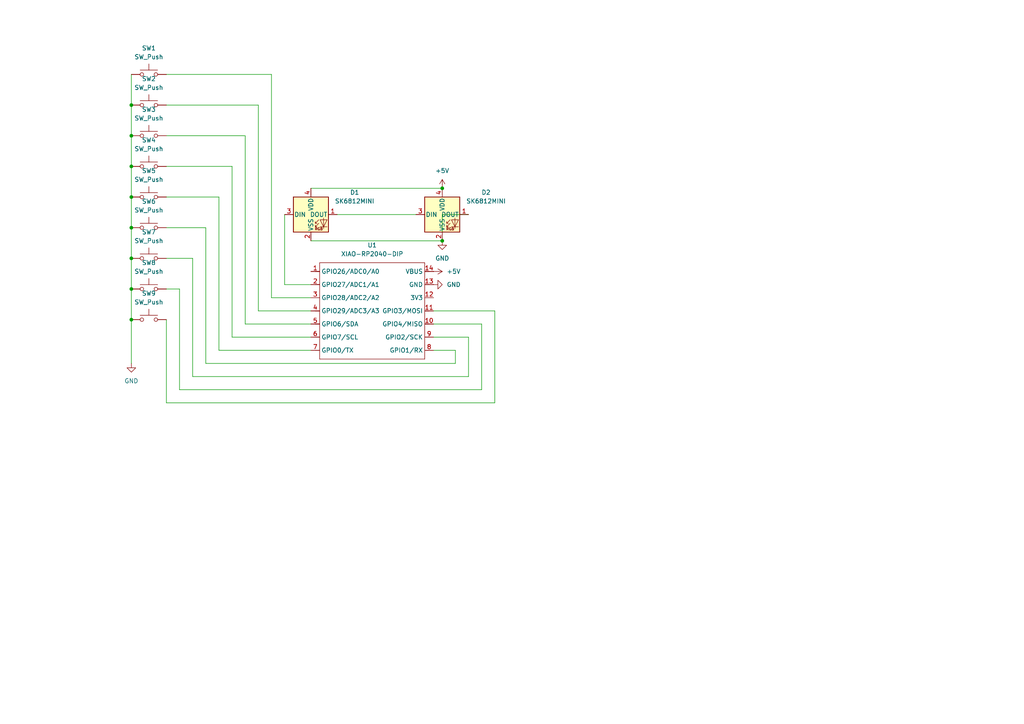
<source format=kicad_sch>
(kicad_sch (version 20250114) (generator "eeschema") (generator_version "9.0")
  (paper "A4")
  (lib_symbols
    (symbol "LED:SK6812MINI" (pin_names (offset 0.254))
      (property "Reference" "D" (at 5.08 5.715 0))
      (property "Value" "SK6812MINI" (at 1.27 -5.715 0))
      (symbol "SK6812MINI_0_0"
        (text "RGB" (at 2.286 -4.191 0) (effects (font (size 0.762 0.762))))
      )
      (symbol "SK6812MINI_0_1"
        (polyline (pts (xy 1.27 -2.54) (xy 1.778 -2.54)))
        (polyline (pts (xy 1.27 -3.556) (xy 1.778 -3.556)))
        (polyline (pts (xy 2.286 -1.524) (xy 1.27 -2.54) (xy 1.27 -2.032)))
        (polyline (pts (xy 2.286 -2.54) (xy 1.27 -3.556) (xy 1.27 -3.048)))
        (polyline (pts (xy 3.683 -1.016) (xy 3.683 -3.556) (xy 3.683 -4.064)))
        (polyline (pts (xy 4.699 -1.524) (xy 2.667 -1.524) (xy 3.683 -3.556) (xy 4.699 -1.524)))
        (polyline (pts (xy 4.699 -3.556) (xy 2.667 -3.556)))
        (rectangle (start 5.08 5.08) (end -5.08 -5.08) (stroke (width 0.254)) (fill (type background)))
      )
      (symbol "SK6812MINI_1_1"
        (pin input line (at -7.62 0 0) (length 2.54) (name "DIN") (number "3"))
        (pin power_in line (at 0 7.62 270) (length 2.54) (name "VDD") (number "4"))
        (pin power_in line (at 0 -7.62 90) (length 2.54) (name "VSS") (number "2"))
        (pin output line (at 7.62 0 180) (length 2.54) (name "DOUT") (number "1"))
      )
    )
    (symbol "OPL:XIAO-RP2040-DIP"
      (property "Reference" "U" (at 0 0 0))
      (property "Value" "XIAO-RP2040-DIP" (at 5.334 -1.778 0))
      (symbol "XIAO-RP2040-DIP_1_0"
        (polyline (pts (xy -1.27 -2.54) (xy 29.21 -2.54)) (stroke (width 0.1524)))
        (polyline (pts (xy -1.27 -5.08) (xy -2.54 -5.08)) (stroke (width 0.1524)))
        (polyline (pts (xy -1.27 -5.08) (xy -1.27 -2.54)) (stroke (width 0.1524)))
        (polyline (pts (xy -1.27 -8.89) (xy -2.54 -8.89)) (stroke (width 0.1524)))
        (polyline (pts (xy -1.27 -8.89) (xy -1.27 -5.08)) (stroke (width 0.1524)))
        (polyline (pts (xy -1.27 -12.7) (xy -2.54 -12.7)) (stroke (width 0.1524)))
        (polyline (pts (xy -1.27 -12.7) (xy -1.27 -8.89)) (stroke (width 0.1524)))
        (polyline (pts (xy -1.27 -16.51) (xy -2.54 -16.51)) (stroke (width 0.1524)))
        (polyline (pts (xy -1.27 -16.51) (xy -1.27 -12.7)) (stroke (width 0.1524)))
        (polyline (pts (xy -1.27 -20.32) (xy -2.54 -20.32)) (stroke (width 0.1524)))
        (polyline (pts (xy -1.27 -24.13) (xy -2.54 -24.13)) (stroke (width 0.1524)))
        (polyline (pts (xy -1.27 -27.94) (xy -2.54 -27.94)) (stroke (width 0.1524)))
        (polyline (pts (xy -1.27 -30.48) (xy -1.27 -16.51)) (stroke (width 0.1524)))
        (polyline (pts (xy 29.21 -2.54) (xy 29.21 -5.08)) (stroke (width 0.1524)))
        (polyline (pts (xy 29.21 -5.08) (xy 29.21 -8.89)) (stroke (width 0.1524)))
        (polyline (pts (xy 29.21 -8.89) (xy 29.21 -12.7)) (stroke (width 0.1524)))
        (polyline (pts (xy 29.21 -12.7) (xy 29.21 -30.48)) (stroke (width 0.1524)))
        (polyline (pts (xy 29.21 -30.48) (xy -1.27 -30.48)) (stroke (width 0.1524)))
        (polyline (pts (xy 30.48 -5.08) (xy 29.21 -5.08)) (stroke (width 0.1524)))
        (polyline (pts (xy 30.48 -8.89) (xy 29.21 -8.89)) (stroke (width 0.1524)))
        (polyline (pts (xy 30.48 -12.7) (xy 29.21 -12.7)) (stroke (width 0.1524)))
        (polyline (pts (xy 30.48 -16.51) (xy 29.21 -16.51)) (stroke (width 0.1524)))
        (polyline (pts (xy 30.48 -20.32) (xy 29.21 -20.32)) (stroke (width 0.1524)))
        (polyline (pts (xy 30.48 -24.13) (xy 29.21 -24.13)) (stroke (width 0.1524)))
        (polyline (pts (xy 30.48 -27.94) (xy 29.21 -27.94)) (stroke (width 0.1524)))
        (pin passive line (at -3.81 -5.08 0) (length 2.54) (name "GPIO26/ADC0/A0") (number "1"))
        (pin passive line (at -3.81 -8.89 0) (length 2.54) (name "GPIO27/ADC1/A1") (number "2"))
        (pin passive line (at -3.81 -12.7 0) (length 2.54) (name "GPIO28/ADC2/A2") (number "3"))
        (pin passive line (at -3.81 -16.51 0) (length 2.54) (name "GPIO29/ADC3/A3") (number "4"))
        (pin passive line (at -3.81 -20.32 0) (length 2.54) (name "GPIO6/SDA") (number "5"))
        (pin passive line (at -3.81 -24.13 0) (length 2.54) (name "GPIO7/SCL") (number "6"))
        (pin passive line (at -3.81 -27.94 0) (length 2.54) (name "GPIO0/TX") (number "7"))
        (pin passive line (at 31.75 -5.08 180) (length 2.54) (name "VBUS") (number "14"))
        (pin passive line (at 31.75 -8.89 180) (length 2.54) (name "GND") (number "13"))
        (pin passive line (at 31.75 -12.7 180) (length 2.54) (name "3V3") (number "12"))
        (pin passive line (at 31.75 -16.51 180) (length 2.54) (name "GPIO3/MOSI") (number "11"))
        (pin passive line (at 31.75 -20.32 180) (length 2.54) (name "GPIO4/MISO") (number "10"))
        (pin passive line (at 31.75 -24.13 180) (length 2.54) (name "GPIO2/SCK") (number "9"))
        (pin passive line (at 31.75 -27.94 180) (length 2.54) (name "GPIO1/RX") (number "8"))
      )
    )
    (symbol "Switch:SW_Push" (pin_numbers (hide yes)) (pin_names (offset 1.016) (hide yes))
      (property "Reference" "SW" (at 1.27 2.54 0))
      (property "Value" "SW_Push" (at 0 -1.524 0))
      (symbol "SW_Push_0_1"
        (circle (center -2.032 0) (radius 0.508))
        (polyline (pts (xy 0 1.27) (xy 0 3.048)))
        (circle (center 2.032 0) (radius 0.508))
        (polyline (pts (xy 2.54 1.27) (xy -2.54 1.27)))
        (pin passive line (at -5.08 0 0) (length 2.54) (name "1") (number "1"))
        (pin passive line (at 5.08 0 180) (length 2.54) (name "2") (number "2"))
      )
    )
    (symbol "power:+5V" (power) (pin_numbers (hide yes)) (pin_names (offset 0) (hide yes))
      (property "Value" "+5V" (at 0 3.556 0))
      (symbol "+5V_0_1"
        (polyline (pts (xy -0.762 1.27) (xy 0 2.54)))
        (polyline (pts (xy 0 2.54) (xy 0.762 1.27)))
        (polyline (pts (xy 0 0) (xy 0 2.54)))
      )
      (symbol "+5V_1_1"
        (pin power_in line (at 0 0 90) (length 0) (name "~") (number "1"))
      )
    )
    (symbol "power:GND" (power) (pin_numbers (hide yes)) (pin_names (offset 0) (hide yes))
      (property "Value" "GND" (at 0 -3.81 0))
      (symbol "GND_0_1"
        (polyline (pts (xy 0 0) (xy 0 -1.27) (xy 1.27 -1.27) (xy 0 -2.54) (xy -1.27 -1.27) (xy 0 -1.27)))
      )
      (symbol "GND_1_1"
        (pin power_in line (at 0 0 270) (length 0) (name "~") (number "1"))
      )
    )
  )
  (junction (at 128.27 69.85))
  (junction (at 128.27 54.61))
  (junction (at 38.1 57.15))
  (junction (at 38.1 39.37))
  (junction (at 38.1 66.04))
  (junction (at 38.1 48.26))
  (junction (at 38.1 30.48))
  (junction (at 38.1 83.82))
  (junction (at 38.1 74.93))
  (junction (at 38.1 92.71))
  (wire (pts (xy 135.89 62.23) (xy 128.27 62.23)))
  (wire (pts (xy 128.27 62.23) (xy 128.27 69.85)))
  (wire (pts (xy 78.74 86.36) (xy 90.17 86.36)))
  (wire (pts (xy 139.7 113.03) (xy 139.7 93.98)))
  (wire (pts (xy 74.93 30.48) (xy 74.93 90.17)))
  (wire (pts (xy 132.08 101.6) (xy 132.08 105.41)))
  (wire (pts (xy 90.17 69.85) (xy 128.27 69.85)))
  (wire (pts (xy 143.51 116.84) (xy 48.26 116.84)))
  (wire (pts (xy 135.89 109.22) (xy 55.88 109.22)))
  (wire (pts (xy 67.31 48.26) (xy 67.31 97.79)))
  (wire (pts (xy 82.55 82.55) (xy 90.17 82.55)))
  (wire (pts (xy 38.1 30.48) (xy 38.1 39.37)))
  (wire (pts (xy 38.1 83.82) (xy 38.1 92.71)))
  (wire (pts (xy 97.79 62.23) (xy 120.65 62.23)))
  (wire (pts (xy 63.5 101.6) (xy 90.17 101.6)))
  (wire (pts (xy 38.1 39.37) (xy 38.1 48.26)))
  (wire (pts (xy 67.31 97.79) (xy 90.17 97.79)))
  (wire (pts (xy 38.1 66.04) (xy 38.1 74.93)))
  (wire (pts (xy 71.12 93.98) (xy 90.17 93.98)))
  (wire (pts (xy 52.07 113.03) (xy 139.7 113.03)))
  (wire (pts (xy 48.26 21.59) (xy 78.74 21.59)))
  (wire (pts (xy 48.26 48.26) (xy 67.31 48.26)))
  (wire (pts (xy 38.1 74.93) (xy 38.1 83.82)))
  (wire (pts (xy 48.26 39.37) (xy 71.12 39.37)))
  (wire (pts (xy 78.74 21.59) (xy 78.74 86.36)))
  (wire (pts (xy 55.88 109.22) (xy 55.88 74.93)))
  (wire (pts (xy 48.26 30.48) (xy 74.93 30.48)))
  (wire (pts (xy 74.93 90.17) (xy 90.17 90.17)))
  (wire (pts (xy 38.1 48.26) (xy 38.1 57.15)))
  (wire (pts (xy 38.1 92.71) (xy 38.1 105.41)))
  (wire (pts (xy 59.69 66.04) (xy 59.69 105.41)))
  (wire (pts (xy 71.12 39.37) (xy 71.12 93.98)))
  (wire (pts (xy 90.17 54.61) (xy 128.27 54.61)))
  (wire (pts (xy 135.89 97.79) (xy 135.89 109.22)))
  (wire (pts (xy 125.73 97.79) (xy 135.89 97.79)))
  (wire (pts (xy 125.73 90.17) (xy 143.51 90.17)))
  (wire (pts (xy 38.1 57.15) (xy 38.1 66.04)))
  (wire (pts (xy 48.26 57.15) (xy 63.5 57.15)))
  (wire (pts (xy 143.51 90.17) (xy 143.51 116.84)))
  (wire (pts (xy 63.5 57.15) (xy 63.5 101.6)))
  (wire (pts (xy 52.07 83.82) (xy 52.07 113.03)))
  (wire (pts (xy 38.1 21.59) (xy 38.1 30.48)))
  (wire (pts (xy 48.26 83.82) (xy 52.07 83.82)))
  (wire (pts (xy 82.55 62.23) (xy 82.55 82.55)))
  (wire (pts (xy 125.73 93.98) (xy 139.7 93.98)))
  (wire (pts (xy 48.26 74.93) (xy 55.88 74.93)))
  (wire (pts (xy 59.69 105.41) (xy 132.08 105.41)))
  (wire (pts (xy 48.26 66.04) (xy 59.69 66.04)))
  (wire (pts (xy 132.08 101.6) (xy 125.73 101.6)))
  (wire (pts (xy 48.26 116.84) (xy 48.26 92.71)))
  (symbol (lib_id "Switch:SW_Push") (at 43.18 92.71 0) (unit 1)
    (property "Reference" "SW9" (at 43.18 85.09 0))
    (property "Value" "SW_Push" (at 43.18 87.63 0))
    (property "Footprint" "Button_Switch_Keyboard:SW_Cherry_MX_1.00u_PCB" (effects (hide yes)))
    (property "Description" "Push button switch, generic, two pins" (effects (hide yes)))
  )
  (symbol (lib_id "Switch:SW_Push") (at 43.18 74.93 0) (unit 1)
    (property "Reference" "SW7" (at 43.18 67.31 0))
    (property "Value" "SW_Push" (at 43.18 69.85 0))
    (property "Footprint" "Button_Switch_Keyboard:SW_Cherry_MX_1.00u_PCB" (effects (hide yes)))
    (property "Description" "Push button switch, generic, two pins" (effects (hide yes)))
  )
  (symbol (lib_id "Switch:SW_Push") (at 43.18 48.26 0) (unit 1)
    (property "Reference" "SW4" (at 43.18 40.64 0))
    (property "Value" "SW_Push" (at 43.18 43.18 0))
    (property "Footprint" "Button_Switch_Keyboard:SW_Cherry_MX_1.00u_PCB" (effects (hide yes)))
    (property "Description" "Push button switch, generic, two pins" (effects (hide yes)))
  )
  (symbol (lib_id "Switch:SW_Push") (at 43.18 21.59 0) (unit 1)
    (property "Reference" "SW1" (at 43.18 13.97 0))
    (property "Value" "SW_Push" (at 43.18 16.51 0))
    (property "Footprint" "Button_Switch_Keyboard:SW_Cherry_MX_1.00u_PCB" (effects (hide yes)))
    (property "Description" "Push button switch, generic, two pins" (effects (hide yes)))
  )
  (symbol (lib_id "OPL:XIAO-RP2040-DIP") (at 93.98 73.66 0) (unit 1)
    (property "Reference" "U1" (at 107.95 71.12 0))
    (property "Value" "XIAO-RP2040-DIP" (at 107.95 73.66 0))
    (property "Footprint" "OPL:XIAO-RP2040-DIP" (effects (hide yes)))
  )
  (symbol (lib_id "LED:SK6812MINI") (at 90.17 62.23 0) (unit 1)
    (property "Reference" "D1" (at 102.87 55.8098 0))
    (property "Value" "SK6812MINI" (at 102.87 58.3498 0))
    (property "Footprint" "LED_SMD:LED_SK6812MINI_PLCC4_3.5x3.5mm_P1.75mm" (effects (hide yes)))
    (property "Datasheet" "https://cdn-shop.adafruit.com/product-files/2686/SK6812MINI_REV.01-1-2.pdf" (effects (hide yes)))
    (property "Description" "RGB LED with integrated controller" (effects (hide yes)))
  )
  (symbol (lib_id "LED:SK6812MINI") (at 128.27 62.23 0) (unit 1)
    (property "Reference" "D2" (at 140.97 55.8098 0))
    (property "Value" "SK6812MINI" (at 140.97 58.3498 0))
    (property "Footprint" "LED_SMD:LED_SK6812MINI_PLCC4_3.5x3.5mm_P1.75mm" (effects (hide yes)))
    (property "Datasheet" "https://cdn-shop.adafruit.com/product-files/2686/SK6812MINI_REV.01-1-2.pdf" (effects (hide yes)))
    (property "Description" "RGB LED with integrated controller" (effects (hide yes)))
  )
  (symbol (lib_id "power:GND") (at 128.27 69.85 0) (unit 1)
    (property "Reference" "#PWR01" (effects (hide yes)))
    (property "Value" "GND" (at 128.27 74.93 0))
    (property "Description" "Power symbol creates a global label with name \"GND\" , ground" (effects (hide yes)))
  )
  (symbol (lib_id "power:+5V") (at 125.73 78.74 270) (unit 1)
    (property "Reference" "#PWR05" (effects (hide yes)))
    (property "Value" "+5V" (at 129.54 78.7399 90) (effects (justify left)))
    (property "Description" "Power symbol creates a global label with name \"+5V\"" (effects (hide yes)))
  )
  (symbol (lib_id "power:GND") (at 125.73 82.55 90) (unit 1)
    (property "Reference" "#PWR02" (effects (hide yes)))
    (property "Value" "GND" (at 129.54 82.5499 90) (effects (justify right)))
    (property "Description" "Power symbol creates a global label with name \"GND\" , ground" (effects (hide yes)))
  )
  (symbol (lib_id "Switch:SW_Push") (at 43.18 39.37 0) (unit 1)
    (property "Reference" "SW3" (at 43.18 31.75 0))
    (property "Value" "SW_Push" (at 43.18 34.29 0))
    (property "Footprint" "Button_Switch_Keyboard:SW_Cherry_MX_1.00u_PCB" (effects (hide yes)))
    (property "Description" "Push button switch, generic, two pins" (effects (hide yes)))
  )
  (symbol (lib_id "Switch:SW_Push") (at 43.18 66.04 0) (unit 1)
    (property "Reference" "SW6" (at 43.18 58.42 0))
    (property "Value" "SW_Push" (at 43.18 60.96 0))
    (property "Footprint" "Button_Switch_Keyboard:SW_Cherry_MX_1.00u_PCB" (effects (hide yes)))
    (property "Description" "Push button switch, generic, two pins" (effects (hide yes)))
  )
  (symbol (lib_id "power:GND") (at 38.1 105.41 0) (unit 1)
    (property "Reference" "#PWR03" (effects (hide yes)))
    (property "Value" "GND" (at 38.1 110.49 0))
    (property "Description" "Power symbol creates a global label with name \"GND\" , ground" (effects (hide yes)))
  )
  (symbol (lib_id "Switch:SW_Push") (at 43.18 57.15 0) (unit 1)
    (property "Reference" "SW5" (at 43.18 49.53 0))
    (property "Value" "SW_Push" (at 43.18 52.07 0))
    (property "Footprint" "Button_Switch_Keyboard:SW_Cherry_MX_1.00u_PCB" (effects (hide yes)))
    (property "Description" "Push button switch, generic, two pins" (effects (hide yes)))
  )
  (symbol (lib_id "Switch:SW_Push") (at 43.18 30.48 0) (unit 1)
    (property "Reference" "SW2" (at 43.18 22.86 0))
    (property "Value" "SW_Push" (at 43.18 25.4 0))
    (property "Footprint" "Button_Switch_Keyboard:SW_Cherry_MX_1.00u_PCB" (effects (hide yes)))
    (property "Description" "Push button switch, generic, two pins" (effects (hide yes)))
  )
  (symbol (lib_id "Switch:SW_Push") (at 43.18 83.82 0) (unit 1)
    (property "Reference" "SW8" (at 43.18 76.2 0))
    (property "Value" "SW_Push" (at 43.18 78.74 0))
    (property "Footprint" "Button_Switch_Keyboard:SW_Cherry_MX_1.00u_PCB" (effects (hide yes)))
    (property "Description" "Push button switch, generic, two pins" (effects (hide yes)))
  )
  (symbol (lib_id "power:+5V") (at 128.27 54.61 0) (unit 1)
    (property "Reference" "#PWR04" (effects (hide yes)))
    (property "Value" "+5V" (at 128.27 49.53 0))
    (property "Description" "Power symbol creates a global label with name \"+5V\"" (effects (hide yes)))
  )
)
</source>
